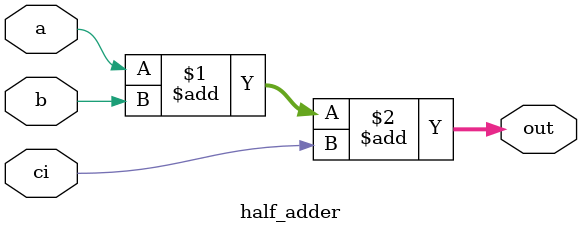
<source format=v>
module half_adder (a, b, ci, out);

    input a, b, ci ;
    output [1:0] out ;
    
    assign out = a + b + ci ;

endmodule
</source>
